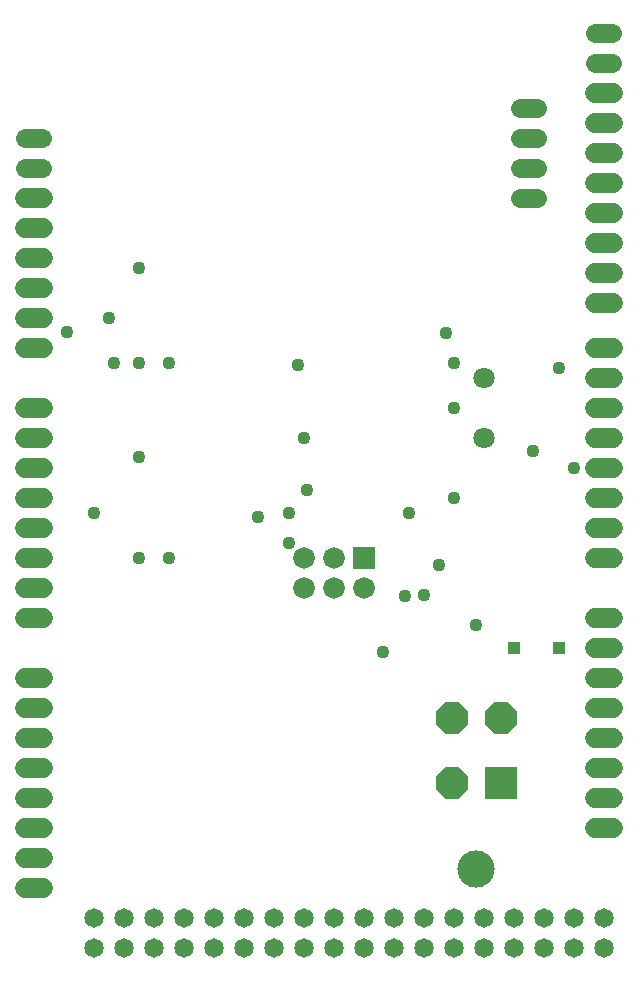
<source format=gbs>
G75*
%MOIN*%
%OFA0B0*%
%FSLAX25Y25*%
%IPPOS*%
%LPD*%
%AMOC8*
5,1,8,0,0,1.08239X$1,22.5*
%
%ADD10OC8,0.10600*%
%ADD11R,0.10600X0.10600*%
%ADD12C,0.12411*%
%ADD13C,0.06506*%
%ADD14C,0.06506*%
%ADD15C,0.06200*%
%ADD16C,0.07200*%
%ADD17R,0.07200X0.07200*%
%ADD18C,0.07100*%
%ADD19C,0.04362*%
%ADD20R,0.04362X0.04362*%
D10*
X0168600Y0078978D03*
X0168600Y0100678D03*
X0185100Y0100678D03*
D11*
X0185100Y0078978D03*
D12*
X0176850Y0050238D03*
D13*
X0032302Y0043978D02*
X0026397Y0043978D01*
X0026397Y0053978D02*
X0032302Y0053978D01*
X0032302Y0063978D02*
X0026397Y0063978D01*
X0026397Y0073978D02*
X0032302Y0073978D01*
X0032302Y0083978D02*
X0026397Y0083978D01*
X0026397Y0093978D02*
X0032302Y0093978D01*
X0032302Y0103978D02*
X0026397Y0103978D01*
X0026397Y0113978D02*
X0032302Y0113978D01*
X0032302Y0133978D02*
X0026397Y0133978D01*
X0026397Y0143978D02*
X0032302Y0143978D01*
X0032302Y0153978D02*
X0026397Y0153978D01*
X0026397Y0163978D02*
X0032302Y0163978D01*
X0032302Y0173978D02*
X0026397Y0173978D01*
X0026397Y0183978D02*
X0032302Y0183978D01*
X0032302Y0193978D02*
X0026397Y0193978D01*
X0026397Y0203978D02*
X0032302Y0203978D01*
X0032302Y0223978D02*
X0026397Y0223978D01*
X0026397Y0233978D02*
X0032302Y0233978D01*
X0032302Y0243978D02*
X0026397Y0243978D01*
X0026397Y0253978D02*
X0032302Y0253978D01*
X0032302Y0263978D02*
X0026397Y0263978D01*
X0026397Y0273978D02*
X0032302Y0273978D01*
X0216397Y0268978D02*
X0222302Y0268978D01*
X0222302Y0258978D02*
X0216397Y0258978D01*
X0216397Y0248978D02*
X0222302Y0248978D01*
X0222302Y0238978D02*
X0216397Y0238978D01*
X0216397Y0223978D02*
X0222302Y0223978D01*
X0222302Y0213978D02*
X0216397Y0213978D01*
X0216397Y0203978D02*
X0222302Y0203978D01*
X0222302Y0193978D02*
X0216397Y0193978D01*
X0216397Y0183978D02*
X0222302Y0183978D01*
X0222302Y0173978D02*
X0216397Y0173978D01*
X0216397Y0163978D02*
X0222302Y0163978D01*
X0222302Y0153978D02*
X0216397Y0153978D01*
X0216397Y0133978D02*
X0222302Y0133978D01*
X0222302Y0123978D02*
X0216397Y0123978D01*
X0216397Y0113978D02*
X0222302Y0113978D01*
X0222302Y0103978D02*
X0216397Y0103978D01*
X0216397Y0093978D02*
X0222302Y0093978D01*
X0222302Y0083978D02*
X0216397Y0083978D01*
X0216397Y0073978D02*
X0222302Y0073978D01*
X0222302Y0063978D02*
X0216397Y0063978D01*
X0216397Y0278978D02*
X0222302Y0278978D01*
X0222302Y0288978D02*
X0216397Y0288978D01*
X0216397Y0298978D02*
X0222302Y0298978D01*
X0222302Y0308978D02*
X0216397Y0308978D01*
D14*
X0219350Y0033978D03*
X0219350Y0023978D03*
X0209350Y0023978D03*
X0199350Y0023978D03*
X0199350Y0033978D03*
X0209350Y0033978D03*
X0189350Y0033978D03*
X0189350Y0023978D03*
X0179350Y0023978D03*
X0179350Y0033978D03*
X0169350Y0033978D03*
X0169350Y0023978D03*
X0159350Y0023978D03*
X0159350Y0033978D03*
X0149350Y0033978D03*
X0149350Y0023978D03*
X0139350Y0023978D03*
X0129350Y0023978D03*
X0129350Y0033978D03*
X0139350Y0033978D03*
X0119350Y0033978D03*
X0119350Y0023978D03*
X0109350Y0023978D03*
X0109350Y0033978D03*
X0099350Y0033978D03*
X0099350Y0023978D03*
X0089350Y0023978D03*
X0089350Y0033978D03*
X0079350Y0033978D03*
X0079350Y0023978D03*
X0069350Y0023978D03*
X0069350Y0033978D03*
X0059350Y0033978D03*
X0059350Y0023978D03*
X0049350Y0023978D03*
X0049350Y0033978D03*
D15*
X0191550Y0273978D02*
X0197150Y0273978D01*
X0197150Y0283978D02*
X0191550Y0283978D01*
X0191550Y0293978D02*
X0197150Y0293978D01*
X0197150Y0303978D02*
X0191550Y0303978D01*
X0216550Y0318978D02*
X0222150Y0318978D01*
X0222150Y0328978D02*
X0216550Y0328978D01*
X0032150Y0293978D02*
X0026550Y0293978D01*
X0026550Y0283978D02*
X0032150Y0283978D01*
D16*
X0119350Y0153978D03*
X0119350Y0143978D03*
X0129350Y0143978D03*
X0139350Y0143978D03*
X0129350Y0153978D03*
D17*
X0139350Y0153978D03*
D18*
X0179350Y0193978D03*
X0179350Y0213978D03*
D19*
X0169350Y0218978D03*
X0166850Y0228978D03*
X0169350Y0203978D03*
X0169350Y0173978D03*
X0154350Y0168978D03*
X0164350Y0151478D03*
X0159350Y0141478D03*
X0153100Y0141166D03*
X0145912Y0122728D03*
X0176850Y0131478D03*
X0209350Y0183978D03*
X0195912Y0189603D03*
X0204350Y0217416D03*
X0119350Y0193978D03*
X0120287Y0176478D03*
X0114350Y0168978D03*
X0114350Y0158978D03*
X0104037Y0167728D03*
X0074350Y0153978D03*
X0064350Y0153978D03*
X0049350Y0168978D03*
X0064350Y0187728D03*
X0064350Y0218978D03*
X0056225Y0218978D03*
X0054350Y0233978D03*
X0064350Y0250541D03*
X0040287Y0229291D03*
X0074350Y0218978D03*
X0117475Y0218353D03*
D20*
X0189350Y0123978D03*
X0204350Y0123978D03*
M02*

</source>
